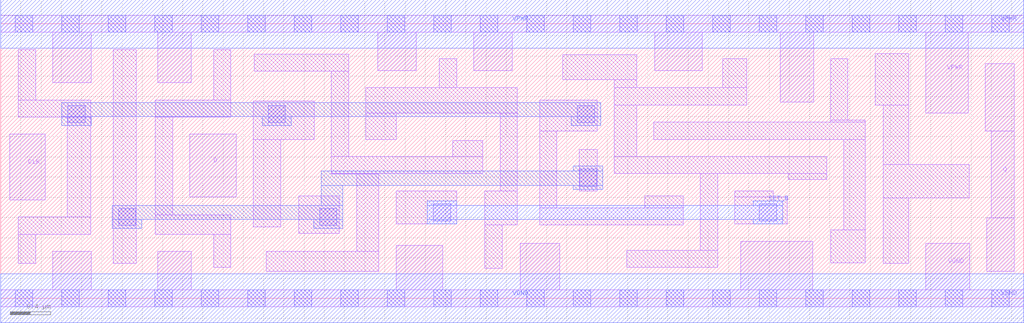
<source format=lef>
# Copyright 2020 The SkyWater PDK Authors
#
# Licensed under the Apache License, Version 2.0 (the "License");
# you may not use this file except in compliance with the License.
# You may obtain a copy of the License at
#
#     https://www.apache.org/licenses/LICENSE-2.0
#
# Unless required by applicable law or agreed to in writing, software
# distributed under the License is distributed on an "AS IS" BASIS,
# WITHOUT WARRANTIES OR CONDITIONS OF ANY KIND, either express or implied.
# See the License for the specific language governing permissions and
# limitations under the License.
#
# SPDX-License-Identifier: Apache-2.0

VERSION 5.7 ;
  NAMESCASESENSITIVE ON ;
  NOWIREEXTENSIONATPIN ON ;
  DIVIDERCHAR "/" ;
  BUSBITCHARS "[]" ;
UNITS
  DATABASE MICRONS 200 ;
END UNITS
PROPERTYDEFINITIONS
  MACRO maskLayoutSubType STRING ;
  MACRO prCellType STRING ;
  MACRO originalViewName STRING ;
END PROPERTYDEFINITIONS
MACRO sky130_fd_sc_hdll__dfstp_1
  CLASS CORE ;
  FOREIGN sky130_fd_sc_hdll__dfstp_1 ;
  ORIGIN  0.000000  0.000000 ;
  SIZE  10.12000 BY  2.720000 ;
  SYMMETRY X Y R90 ;
  SITE unithd ;
  PIN CLK
    ANTENNAGATEAREA  0.178200 ;
    DIRECTION INPUT ;
    USE SIGNAL ;
    PORT
      LAYER li1 ;
        RECT 0.090000 0.975000 0.440000 1.625000 ;
    END
  END CLK
  PIN D
    ANTENNAGATEAREA  0.247200 ;
    DIRECTION INPUT ;
    USE SIGNAL ;
    PORT
      LAYER li1 ;
        RECT 1.870000 1.005000 2.330000 1.625000 ;
    END
  END D
  PIN Q
    ANTENNADIFFAREA  0.518250 ;
    DIRECTION OUTPUT ;
    USE SIGNAL ;
    PORT
      LAYER li1 ;
        RECT 9.740000 1.655000 10.025000 2.325000 ;
        RECT 9.755000 0.265000 10.025000 0.795000 ;
        RECT 9.800000 0.795000 10.025000 1.655000 ;
    END
  END Q
  PIN SET_B
    ANTENNAGATEAREA  0.277200 ;
    DIRECTION INPUT ;
    USE SIGNAL ;
    PORT
      LAYER met1 ;
        RECT 4.220000 0.735000 4.510000 0.780000 ;
        RECT 4.220000 0.780000 7.735000 0.920000 ;
        RECT 4.220000 0.920000 4.510000 0.965000 ;
        RECT 7.445000 0.735000 7.735000 0.780000 ;
        RECT 7.445000 0.920000 7.735000 0.965000 ;
    END
  END SET_B
  PIN VGND
    ANTENNADIFFAREA  1.186550 ;
    DIRECTION INOUT ;
    USE SIGNAL ;
    PORT
      LAYER li1 ;
        RECT 0.000000 -0.085000 10.120000 0.085000 ;
        RECT 0.515000  0.085000  0.895000 0.465000 ;
        RECT 1.555000  0.085000  1.885000 0.465000 ;
        RECT 3.910000  0.085000  4.370000 0.525000 ;
        RECT 5.140000  0.085000  5.530000 0.545000 ;
        RECT 7.320000  0.085000  8.030000 0.565000 ;
        RECT 9.150000  0.085000  9.585000 0.545000 ;
      LAYER mcon ;
        RECT 0.145000 -0.085000 0.315000 0.085000 ;
        RECT 0.605000 -0.085000 0.775000 0.085000 ;
        RECT 1.065000 -0.085000 1.235000 0.085000 ;
        RECT 1.525000 -0.085000 1.695000 0.085000 ;
        RECT 1.985000 -0.085000 2.155000 0.085000 ;
        RECT 2.445000 -0.085000 2.615000 0.085000 ;
        RECT 2.905000 -0.085000 3.075000 0.085000 ;
        RECT 3.365000 -0.085000 3.535000 0.085000 ;
        RECT 3.825000 -0.085000 3.995000 0.085000 ;
        RECT 4.285000 -0.085000 4.455000 0.085000 ;
        RECT 4.745000 -0.085000 4.915000 0.085000 ;
        RECT 5.205000 -0.085000 5.375000 0.085000 ;
        RECT 5.665000 -0.085000 5.835000 0.085000 ;
        RECT 6.125000 -0.085000 6.295000 0.085000 ;
        RECT 6.585000 -0.085000 6.755000 0.085000 ;
        RECT 7.045000 -0.085000 7.215000 0.085000 ;
        RECT 7.505000 -0.085000 7.675000 0.085000 ;
        RECT 7.965000 -0.085000 8.135000 0.085000 ;
        RECT 8.425000 -0.085000 8.595000 0.085000 ;
        RECT 8.885000 -0.085000 9.055000 0.085000 ;
        RECT 9.345000 -0.085000 9.515000 0.085000 ;
        RECT 9.805000 -0.085000 9.975000 0.085000 ;
    END
    PORT
      LAYER met1 ;
        RECT 0.000000 -0.240000 10.120000 0.240000 ;
    END
  END VGND
  PIN VPWR
    ANTENNADIFFAREA  1.388300 ;
    DIRECTION INOUT ;
    USE SIGNAL ;
    PORT
      LAYER li1 ;
        RECT 0.000000 2.635000 10.120000 2.805000 ;
        RECT 0.515000 2.135000  0.895000 2.635000 ;
        RECT 1.555000 2.135000  1.885000 2.635000 ;
        RECT 3.730000 2.255000  4.110000 2.635000 ;
        RECT 4.680000 2.255000  5.060000 2.635000 ;
        RECT 6.470000 2.255000  6.940000 2.635000 ;
        RECT 7.710000 1.945000  8.040000 2.635000 ;
        RECT 9.150000 1.835000  9.570000 2.635000 ;
      LAYER mcon ;
        RECT 0.145000 2.635000 0.315000 2.805000 ;
        RECT 0.605000 2.635000 0.775000 2.805000 ;
        RECT 1.065000 2.635000 1.235000 2.805000 ;
        RECT 1.525000 2.635000 1.695000 2.805000 ;
        RECT 1.985000 2.635000 2.155000 2.805000 ;
        RECT 2.445000 2.635000 2.615000 2.805000 ;
        RECT 2.905000 2.635000 3.075000 2.805000 ;
        RECT 3.365000 2.635000 3.535000 2.805000 ;
        RECT 3.825000 2.635000 3.995000 2.805000 ;
        RECT 4.285000 2.635000 4.455000 2.805000 ;
        RECT 4.745000 2.635000 4.915000 2.805000 ;
        RECT 5.205000 2.635000 5.375000 2.805000 ;
        RECT 5.665000 2.635000 5.835000 2.805000 ;
        RECT 6.125000 2.635000 6.295000 2.805000 ;
        RECT 6.585000 2.635000 6.755000 2.805000 ;
        RECT 7.045000 2.635000 7.215000 2.805000 ;
        RECT 7.505000 2.635000 7.675000 2.805000 ;
        RECT 7.965000 2.635000 8.135000 2.805000 ;
        RECT 8.425000 2.635000 8.595000 2.805000 ;
        RECT 8.885000 2.635000 9.055000 2.805000 ;
        RECT 9.345000 2.635000 9.515000 2.805000 ;
        RECT 9.805000 2.635000 9.975000 2.805000 ;
    END
    PORT
      LAYER met1 ;
        RECT 0.000000 2.480000 10.120000 2.960000 ;
    END
  END VPWR
  OBS
    LAYER li1 ;
      RECT 0.175000 0.345000 0.345000 0.635000 ;
      RECT 0.175000 0.635000 0.890000 0.805000 ;
      RECT 0.175000 1.795000 0.890000 1.965000 ;
      RECT 0.175000 1.965000 0.345000 2.465000 ;
      RECT 0.660000 0.805000 0.890000 1.795000 ;
      RECT 1.115000 0.345000 1.340000 2.465000 ;
      RECT 1.530000 0.635000 2.275000 0.825000 ;
      RECT 1.530000 0.825000 1.700000 1.795000 ;
      RECT 1.530000 1.795000 2.275000 1.965000 ;
      RECT 2.105000 0.305000 2.275000 0.635000 ;
      RECT 2.105000 1.965000 2.275000 2.465000 ;
      RECT 2.500000 0.705000 2.770000 1.575000 ;
      RECT 2.500000 1.575000 3.100000 1.955000 ;
      RECT 2.510000 2.250000 3.440000 2.420000 ;
      RECT 2.625000 0.265000 3.740000 0.465000 ;
      RECT 2.950000 0.645000 3.350000 1.015000 ;
      RECT 3.270000 1.230000 3.740000 1.235000 ;
      RECT 3.270000 1.235000 4.770000 1.405000 ;
      RECT 3.270000 1.405000 3.440000 2.250000 ;
      RECT 3.520000 0.465000 3.740000 1.230000 ;
      RECT 3.610000 1.575000 3.910000 1.835000 ;
      RECT 3.610000 1.835000 5.110000 2.085000 ;
      RECT 3.910000 0.735000 4.510000 1.065000 ;
      RECT 4.340000 2.085000 4.510000 2.375000 ;
      RECT 4.470000 1.405000 4.770000 1.565000 ;
      RECT 4.790000 0.295000 4.960000 0.725000 ;
      RECT 4.790000 0.725000 5.110000 1.065000 ;
      RECT 4.940000 1.065000 5.110000 1.835000 ;
      RECT 5.330000 0.725000 6.750000 0.895000 ;
      RECT 5.330000 0.895000 5.500000 1.655000 ;
      RECT 5.330000 1.655000 5.900000 1.965000 ;
      RECT 5.560000 2.165000 6.290000 2.415000 ;
      RECT 5.720000 1.065000 5.900000 1.475000 ;
      RECT 6.070000 1.235000 8.170000 1.405000 ;
      RECT 6.070000 1.405000 6.290000 1.915000 ;
      RECT 6.070000 1.915000 7.380000 2.085000 ;
      RECT 6.070000 2.085000 6.290000 2.165000 ;
      RECT 6.190000 0.305000 7.090000 0.475000 ;
      RECT 6.370000 0.895000 6.750000 1.015000 ;
      RECT 6.460000 1.575000 8.550000 1.745000 ;
      RECT 6.920000 0.475000 7.090000 1.235000 ;
      RECT 7.140000 2.085000 7.380000 2.375000 ;
      RECT 7.260000 0.735000 7.780000 1.005000 ;
      RECT 7.260000 1.005000 7.640000 1.065000 ;
      RECT 7.790000 1.175000 8.170000 1.235000 ;
      RECT 8.210000 0.350000 8.550000 0.680000 ;
      RECT 8.210000 1.745000 8.550000 1.765000 ;
      RECT 8.210000 1.765000 8.380000 2.375000 ;
      RECT 8.340000 0.680000 8.550000 1.575000 ;
      RECT 8.650000 1.915000 8.980000 2.425000 ;
      RECT 8.730000 0.345000 8.980000 0.995000 ;
      RECT 8.730000 0.995000 9.580000 1.325000 ;
      RECT 8.730000 1.325000 8.980000 1.915000 ;
    LAYER mcon ;
      RECT 0.665000 1.740000 0.835000 1.910000 ;
      RECT 1.165000 0.720000 1.335000 0.890000 ;
      RECT 2.645000 1.740000 2.815000 1.910000 ;
      RECT 3.155000 0.720000 3.325000 0.890000 ;
      RECT 4.280000 0.765000 4.450000 0.935000 ;
      RECT 5.705000 1.740000 5.875000 1.910000 ;
      RECT 5.725000 1.110000 5.895000 1.280000 ;
      RECT 7.505000 0.765000 7.675000 0.935000 ;
    LAYER met1 ;
      RECT 0.605000 1.710000 0.895000 1.800000 ;
      RECT 0.605000 1.800000 5.935000 1.940000 ;
      RECT 1.105000 0.690000 1.395000 0.780000 ;
      RECT 1.105000 0.780000 3.385000 0.920000 ;
      RECT 2.585000 1.710000 2.875000 1.800000 ;
      RECT 3.095000 0.690000 3.385000 0.780000 ;
      RECT 3.170000 0.920000 3.385000 1.120000 ;
      RECT 3.170000 1.120000 5.955000 1.260000 ;
      RECT 5.645000 1.710000 5.935000 1.800000 ;
      RECT 5.665000 1.080000 5.955000 1.120000 ;
      RECT 5.665000 1.260000 5.955000 1.310000 ;
  END
  PROPERTY maskLayoutSubType "abstract" ;
  PROPERTY prCellType "standard" ;
  PROPERTY originalViewName "layout" ;
END sky130_fd_sc_hdll__dfstp_1

</source>
